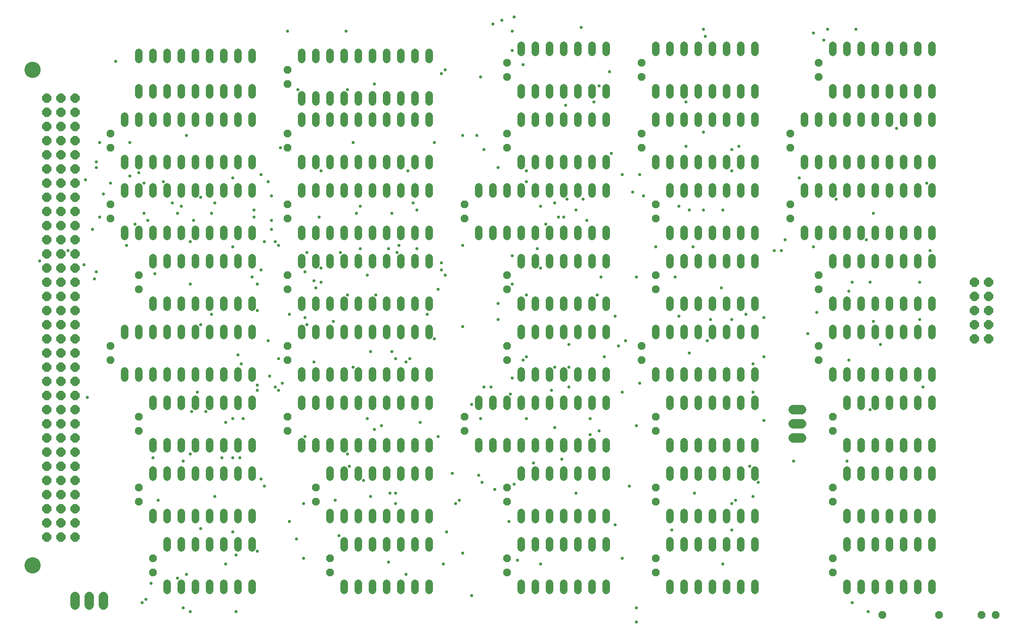
<source format=gbr>
G04 EAGLE Gerber RS-274X export*
G75*
%MOMM*%
%FSLAX34Y34*%
%LPD*%
%INSoldermask Top*%
%IPPOS*%
%AMOC8*
5,1,8,0,0,1.08239X$1,22.5*%
G01*
%ADD10C,1.346200*%
%ADD11P,1.457113X8X112.500000*%
%ADD12P,1.787026X8X292.500000*%
%ADD13P,1.787026X8X202.500000*%
%ADD14C,2.921000*%
%ADD15P,1.457113X8X202.500000*%
%ADD16P,1.457113X8X22.500000*%
%ADD17C,1.651000*%
%ADD18C,0.584200*%


D10*
X1168400Y717804D02*
X1168400Y729996D01*
X1193800Y729996D02*
X1193800Y717804D01*
X1320800Y717804D02*
X1320800Y729996D01*
X1320800Y794004D02*
X1320800Y806196D01*
X1219200Y729996D02*
X1219200Y717804D01*
X1244600Y717804D02*
X1244600Y729996D01*
X1295400Y729996D02*
X1295400Y717804D01*
X1270000Y717804D02*
X1270000Y729996D01*
X1295400Y794004D02*
X1295400Y806196D01*
X1270000Y806196D02*
X1270000Y794004D01*
X1244600Y794004D02*
X1244600Y806196D01*
X1219200Y806196D02*
X1219200Y794004D01*
X1193800Y794004D02*
X1193800Y806196D01*
X1168400Y806196D02*
X1168400Y794004D01*
X1168400Y602996D02*
X1168400Y590804D01*
X1193800Y590804D02*
X1193800Y602996D01*
X1320800Y602996D02*
X1320800Y590804D01*
X1320800Y667004D02*
X1320800Y679196D01*
X1219200Y602996D02*
X1219200Y590804D01*
X1244600Y590804D02*
X1244600Y602996D01*
X1295400Y602996D02*
X1295400Y590804D01*
X1270000Y590804D02*
X1270000Y602996D01*
X1295400Y667004D02*
X1295400Y679196D01*
X1270000Y679196D02*
X1270000Y667004D01*
X1244600Y667004D02*
X1244600Y679196D01*
X1219200Y679196D02*
X1219200Y667004D01*
X1193800Y667004D02*
X1193800Y679196D01*
X1168400Y679196D02*
X1168400Y667004D01*
X1409700Y717804D02*
X1409700Y729996D01*
X1435100Y729996D02*
X1435100Y717804D01*
X1562100Y717804D02*
X1562100Y729996D01*
X1587500Y729996D02*
X1587500Y717804D01*
X1460500Y717804D02*
X1460500Y729996D01*
X1485900Y729996D02*
X1485900Y717804D01*
X1536700Y717804D02*
X1536700Y729996D01*
X1511300Y729996D02*
X1511300Y717804D01*
X1612900Y717804D02*
X1612900Y729996D01*
X1638300Y729996D02*
X1638300Y717804D01*
X1638300Y794004D02*
X1638300Y806196D01*
X1612900Y806196D02*
X1612900Y794004D01*
X1587500Y794004D02*
X1587500Y806196D01*
X1562100Y806196D02*
X1562100Y794004D01*
X1536700Y794004D02*
X1536700Y806196D01*
X1511300Y806196D02*
X1511300Y794004D01*
X1485900Y794004D02*
X1485900Y806196D01*
X1460500Y806196D02*
X1460500Y794004D01*
X1435100Y794004D02*
X1435100Y806196D01*
X1409700Y806196D02*
X1409700Y794004D01*
X241300Y602996D02*
X241300Y590804D01*
X266700Y590804D02*
X266700Y602996D01*
X393700Y602996D02*
X393700Y590804D01*
X419100Y590804D02*
X419100Y602996D01*
X292100Y602996D02*
X292100Y590804D01*
X317500Y590804D02*
X317500Y602996D01*
X368300Y602996D02*
X368300Y590804D01*
X342900Y590804D02*
X342900Y602996D01*
X419100Y667004D02*
X419100Y679196D01*
X393700Y679196D02*
X393700Y667004D01*
X368300Y667004D02*
X368300Y679196D01*
X342900Y679196D02*
X342900Y667004D01*
X317500Y667004D02*
X317500Y679196D01*
X292100Y679196D02*
X292100Y667004D01*
X266700Y667004D02*
X266700Y679196D01*
X241300Y679196D02*
X241300Y667004D01*
X266700Y94996D02*
X266700Y82804D01*
X292100Y82804D02*
X292100Y94996D01*
X419100Y94996D02*
X419100Y82804D01*
X419100Y159004D02*
X419100Y171196D01*
X317500Y94996D02*
X317500Y82804D01*
X342900Y82804D02*
X342900Y94996D01*
X393700Y94996D02*
X393700Y82804D01*
X368300Y82804D02*
X368300Y94996D01*
X393700Y159004D02*
X393700Y171196D01*
X368300Y171196D02*
X368300Y159004D01*
X342900Y159004D02*
X342900Y171196D01*
X317500Y171196D02*
X317500Y159004D01*
X292100Y159004D02*
X292100Y171196D01*
X266700Y171196D02*
X266700Y159004D01*
X190500Y463804D02*
X190500Y475996D01*
X215900Y475996D02*
X215900Y463804D01*
X342900Y463804D02*
X342900Y475996D01*
X368300Y475996D02*
X368300Y463804D01*
X241300Y463804D02*
X241300Y475996D01*
X266700Y475996D02*
X266700Y463804D01*
X317500Y463804D02*
X317500Y475996D01*
X292100Y475996D02*
X292100Y463804D01*
X393700Y463804D02*
X393700Y475996D01*
X419100Y475996D02*
X419100Y463804D01*
X419100Y540004D02*
X419100Y552196D01*
X393700Y552196D02*
X393700Y540004D01*
X368300Y540004D02*
X368300Y552196D01*
X342900Y552196D02*
X342900Y540004D01*
X317500Y540004D02*
X317500Y552196D01*
X292100Y552196D02*
X292100Y540004D01*
X266700Y540004D02*
X266700Y552196D01*
X241300Y552196D02*
X241300Y540004D01*
X215900Y540004D02*
X215900Y552196D01*
X190500Y552196D02*
X190500Y540004D01*
X508000Y475996D02*
X508000Y463804D01*
X533400Y463804D02*
X533400Y475996D01*
X660400Y475996D02*
X660400Y463804D01*
X685800Y463804D02*
X685800Y475996D01*
X558800Y475996D02*
X558800Y463804D01*
X584200Y463804D02*
X584200Y475996D01*
X635000Y475996D02*
X635000Y463804D01*
X609600Y463804D02*
X609600Y475996D01*
X711200Y475996D02*
X711200Y463804D01*
X736600Y463804D02*
X736600Y475996D01*
X736600Y540004D02*
X736600Y552196D01*
X711200Y552196D02*
X711200Y540004D01*
X685800Y540004D02*
X685800Y552196D01*
X660400Y552196D02*
X660400Y540004D01*
X635000Y540004D02*
X635000Y552196D01*
X609600Y552196D02*
X609600Y540004D01*
X584200Y540004D02*
X584200Y552196D01*
X558800Y552196D02*
X558800Y540004D01*
X533400Y540004D02*
X533400Y552196D01*
X508000Y552196D02*
X508000Y540004D01*
X508000Y844804D02*
X508000Y856996D01*
X533400Y856996D02*
X533400Y844804D01*
X660400Y844804D02*
X660400Y856996D01*
X685800Y856996D02*
X685800Y844804D01*
X558800Y844804D02*
X558800Y856996D01*
X584200Y856996D02*
X584200Y844804D01*
X635000Y844804D02*
X635000Y856996D01*
X609600Y856996D02*
X609600Y844804D01*
X711200Y844804D02*
X711200Y856996D01*
X736600Y856996D02*
X736600Y844804D01*
X736600Y921004D02*
X736600Y933196D01*
X711200Y933196D02*
X711200Y921004D01*
X685800Y921004D02*
X685800Y933196D01*
X660400Y933196D02*
X660400Y921004D01*
X635000Y921004D02*
X635000Y933196D01*
X609600Y933196D02*
X609600Y921004D01*
X584200Y921004D02*
X584200Y933196D01*
X558800Y933196D02*
X558800Y921004D01*
X533400Y921004D02*
X533400Y933196D01*
X508000Y933196D02*
X508000Y921004D01*
X825500Y729996D02*
X825500Y717804D01*
X850900Y717804D02*
X850900Y729996D01*
X977900Y729996D02*
X977900Y717804D01*
X1003300Y717804D02*
X1003300Y729996D01*
X876300Y729996D02*
X876300Y717804D01*
X901700Y717804D02*
X901700Y729996D01*
X952500Y729996D02*
X952500Y717804D01*
X927100Y717804D02*
X927100Y729996D01*
X1028700Y729996D02*
X1028700Y717804D01*
X1054100Y717804D02*
X1054100Y729996D01*
X1054100Y794004D02*
X1054100Y806196D01*
X1028700Y806196D02*
X1028700Y794004D01*
X1003300Y794004D02*
X1003300Y806196D01*
X977900Y806196D02*
X977900Y794004D01*
X952500Y794004D02*
X952500Y806196D01*
X927100Y806196D02*
X927100Y794004D01*
X901700Y794004D02*
X901700Y806196D01*
X876300Y806196D02*
X876300Y794004D01*
X850900Y794004D02*
X850900Y806196D01*
X825500Y806196D02*
X825500Y794004D01*
X508000Y602996D02*
X508000Y590804D01*
X533400Y590804D02*
X533400Y602996D01*
X660400Y602996D02*
X660400Y590804D01*
X685800Y590804D02*
X685800Y602996D01*
X558800Y602996D02*
X558800Y590804D01*
X584200Y590804D02*
X584200Y602996D01*
X635000Y602996D02*
X635000Y590804D01*
X609600Y590804D02*
X609600Y602996D01*
X711200Y602996D02*
X711200Y590804D01*
X736600Y590804D02*
X736600Y602996D01*
X736600Y667004D02*
X736600Y679196D01*
X711200Y679196D02*
X711200Y667004D01*
X685800Y667004D02*
X685800Y679196D01*
X660400Y679196D02*
X660400Y667004D01*
X635000Y667004D02*
X635000Y679196D01*
X609600Y679196D02*
X609600Y667004D01*
X584200Y667004D02*
X584200Y679196D01*
X558800Y679196D02*
X558800Y667004D01*
X533400Y667004D02*
X533400Y679196D01*
X508000Y679196D02*
X508000Y667004D01*
X508000Y717804D02*
X508000Y729996D01*
X533400Y729996D02*
X533400Y717804D01*
X660400Y717804D02*
X660400Y729996D01*
X685800Y729996D02*
X685800Y717804D01*
X558800Y717804D02*
X558800Y729996D01*
X584200Y729996D02*
X584200Y717804D01*
X635000Y717804D02*
X635000Y729996D01*
X609600Y729996D02*
X609600Y717804D01*
X711200Y717804D02*
X711200Y729996D01*
X736600Y729996D02*
X736600Y717804D01*
X736600Y794004D02*
X736600Y806196D01*
X711200Y806196D02*
X711200Y794004D01*
X685800Y794004D02*
X685800Y806196D01*
X660400Y806196D02*
X660400Y794004D01*
X635000Y794004D02*
X635000Y806196D01*
X609600Y806196D02*
X609600Y794004D01*
X584200Y794004D02*
X584200Y806196D01*
X558800Y806196D02*
X558800Y794004D01*
X533400Y794004D02*
X533400Y806196D01*
X508000Y806196D02*
X508000Y794004D01*
X241300Y348996D02*
X241300Y336804D01*
X266700Y336804D02*
X266700Y348996D01*
X393700Y348996D02*
X393700Y336804D01*
X419100Y336804D02*
X419100Y348996D01*
X292100Y348996D02*
X292100Y336804D01*
X317500Y336804D02*
X317500Y348996D01*
X368300Y348996D02*
X368300Y336804D01*
X342900Y336804D02*
X342900Y348996D01*
X419100Y413004D02*
X419100Y425196D01*
X393700Y425196D02*
X393700Y413004D01*
X368300Y413004D02*
X368300Y425196D01*
X342900Y425196D02*
X342900Y413004D01*
X317500Y413004D02*
X317500Y425196D01*
X292100Y425196D02*
X292100Y413004D01*
X266700Y413004D02*
X266700Y425196D01*
X241300Y425196D02*
X241300Y413004D01*
X558800Y221996D02*
X558800Y209804D01*
X584200Y209804D02*
X584200Y221996D01*
X711200Y221996D02*
X711200Y209804D01*
X736600Y209804D02*
X736600Y221996D01*
X609600Y221996D02*
X609600Y209804D01*
X635000Y209804D02*
X635000Y221996D01*
X685800Y221996D02*
X685800Y209804D01*
X660400Y209804D02*
X660400Y221996D01*
X736600Y286004D02*
X736600Y298196D01*
X711200Y298196D02*
X711200Y286004D01*
X685800Y286004D02*
X685800Y298196D01*
X660400Y298196D02*
X660400Y286004D01*
X635000Y286004D02*
X635000Y298196D01*
X609600Y298196D02*
X609600Y286004D01*
X584200Y286004D02*
X584200Y298196D01*
X558800Y298196D02*
X558800Y286004D01*
X1168400Y221996D02*
X1168400Y209804D01*
X1193800Y209804D02*
X1193800Y221996D01*
X1320800Y221996D02*
X1320800Y209804D01*
X1320800Y286004D02*
X1320800Y298196D01*
X1219200Y221996D02*
X1219200Y209804D01*
X1244600Y209804D02*
X1244600Y221996D01*
X1295400Y221996D02*
X1295400Y209804D01*
X1270000Y209804D02*
X1270000Y221996D01*
X1295400Y286004D02*
X1295400Y298196D01*
X1270000Y298196D02*
X1270000Y286004D01*
X1244600Y286004D02*
X1244600Y298196D01*
X1219200Y298196D02*
X1219200Y286004D01*
X1193800Y286004D02*
X1193800Y298196D01*
X1168400Y298196D02*
X1168400Y286004D01*
X1485900Y94996D02*
X1485900Y82804D01*
X1511300Y82804D02*
X1511300Y94996D01*
X1638300Y94996D02*
X1638300Y82804D01*
X1638300Y159004D02*
X1638300Y171196D01*
X1536700Y94996D02*
X1536700Y82804D01*
X1562100Y82804D02*
X1562100Y94996D01*
X1612900Y94996D02*
X1612900Y82804D01*
X1587500Y82804D02*
X1587500Y94996D01*
X1612900Y159004D02*
X1612900Y171196D01*
X1587500Y171196D02*
X1587500Y159004D01*
X1562100Y159004D02*
X1562100Y171196D01*
X1536700Y171196D02*
X1536700Y159004D01*
X1511300Y159004D02*
X1511300Y171196D01*
X1485900Y171196D02*
X1485900Y159004D01*
X241300Y209804D02*
X241300Y221996D01*
X266700Y221996D02*
X266700Y209804D01*
X393700Y209804D02*
X393700Y221996D01*
X419100Y221996D02*
X419100Y209804D01*
X292100Y209804D02*
X292100Y221996D01*
X317500Y221996D02*
X317500Y209804D01*
X368300Y209804D02*
X368300Y221996D01*
X342900Y221996D02*
X342900Y209804D01*
X419100Y286004D02*
X419100Y298196D01*
X393700Y298196D02*
X393700Y286004D01*
X368300Y286004D02*
X368300Y298196D01*
X342900Y298196D02*
X342900Y286004D01*
X317500Y286004D02*
X317500Y298196D01*
X292100Y298196D02*
X292100Y286004D01*
X266700Y286004D02*
X266700Y298196D01*
X241300Y298196D02*
X241300Y286004D01*
X584200Y94996D02*
X584200Y82804D01*
X609600Y82804D02*
X609600Y94996D01*
X736600Y94996D02*
X736600Y82804D01*
X736600Y159004D02*
X736600Y171196D01*
X635000Y94996D02*
X635000Y82804D01*
X660400Y82804D02*
X660400Y94996D01*
X711200Y94996D02*
X711200Y82804D01*
X685800Y82804D02*
X685800Y94996D01*
X711200Y159004D02*
X711200Y171196D01*
X685800Y171196D02*
X685800Y159004D01*
X660400Y159004D02*
X660400Y171196D01*
X635000Y171196D02*
X635000Y159004D01*
X609600Y159004D02*
X609600Y171196D01*
X584200Y171196D02*
X584200Y159004D01*
X215900Y971804D02*
X215900Y983996D01*
X241300Y983996D02*
X241300Y971804D01*
X266700Y971804D02*
X266700Y983996D01*
X292100Y983996D02*
X292100Y971804D01*
X317500Y971804D02*
X317500Y983996D01*
X342900Y983996D02*
X342900Y971804D01*
X368300Y971804D02*
X368300Y983996D01*
X393700Y983996D02*
X393700Y971804D01*
X419100Y971804D02*
X419100Y983996D01*
X215900Y1035304D02*
X215900Y1047496D01*
X241300Y1047496D02*
X241300Y1035304D01*
X266700Y1035304D02*
X266700Y1047496D01*
X292100Y1047496D02*
X292100Y1035304D01*
X317500Y1035304D02*
X317500Y1047496D01*
X342900Y1047496D02*
X342900Y1035304D01*
X368300Y1035304D02*
X368300Y1047496D01*
X393700Y1047496D02*
X393700Y1035304D01*
X419100Y1035304D02*
X419100Y1047496D01*
X190500Y856996D02*
X190500Y844804D01*
X215900Y844804D02*
X215900Y856996D01*
X342900Y856996D02*
X342900Y844804D01*
X368300Y844804D02*
X368300Y856996D01*
X241300Y856996D02*
X241300Y844804D01*
X266700Y844804D02*
X266700Y856996D01*
X317500Y856996D02*
X317500Y844804D01*
X292100Y844804D02*
X292100Y856996D01*
X393700Y856996D02*
X393700Y844804D01*
X419100Y844804D02*
X419100Y856996D01*
X419100Y921004D02*
X419100Y933196D01*
X393700Y933196D02*
X393700Y921004D01*
X368300Y921004D02*
X368300Y933196D01*
X342900Y933196D02*
X342900Y921004D01*
X317500Y921004D02*
X317500Y933196D01*
X292100Y933196D02*
X292100Y921004D01*
X266700Y921004D02*
X266700Y933196D01*
X241300Y933196D02*
X241300Y921004D01*
X215900Y921004D02*
X215900Y933196D01*
X190500Y933196D02*
X190500Y921004D01*
X190500Y729996D02*
X190500Y717804D01*
X215900Y717804D02*
X215900Y729996D01*
X342900Y729996D02*
X342900Y717804D01*
X368300Y717804D02*
X368300Y729996D01*
X241300Y729996D02*
X241300Y717804D01*
X266700Y717804D02*
X266700Y729996D01*
X317500Y729996D02*
X317500Y717804D01*
X292100Y717804D02*
X292100Y729996D01*
X393700Y729996D02*
X393700Y717804D01*
X419100Y717804D02*
X419100Y729996D01*
X419100Y794004D02*
X419100Y806196D01*
X393700Y806196D02*
X393700Y794004D01*
X368300Y794004D02*
X368300Y806196D01*
X342900Y806196D02*
X342900Y794004D01*
X317500Y794004D02*
X317500Y806196D01*
X292100Y806196D02*
X292100Y794004D01*
X266700Y794004D02*
X266700Y806196D01*
X241300Y806196D02*
X241300Y794004D01*
X215900Y794004D02*
X215900Y806196D01*
X190500Y806196D02*
X190500Y794004D01*
X1143000Y844804D02*
X1143000Y856996D01*
X1168400Y856996D02*
X1168400Y844804D01*
X1295400Y844804D02*
X1295400Y856996D01*
X1320800Y856996D02*
X1320800Y844804D01*
X1193800Y844804D02*
X1193800Y856996D01*
X1219200Y856996D02*
X1219200Y844804D01*
X1270000Y844804D02*
X1270000Y856996D01*
X1244600Y856996D02*
X1244600Y844804D01*
X1320800Y921004D02*
X1320800Y933196D01*
X1295400Y933196D02*
X1295400Y921004D01*
X1270000Y921004D02*
X1270000Y933196D01*
X1244600Y933196D02*
X1244600Y921004D01*
X1219200Y921004D02*
X1219200Y933196D01*
X1193800Y933196D02*
X1193800Y921004D01*
X1168400Y921004D02*
X1168400Y933196D01*
X1143000Y933196D02*
X1143000Y921004D01*
X1143000Y475996D02*
X1143000Y463804D01*
X1168400Y463804D02*
X1168400Y475996D01*
X1295400Y475996D02*
X1295400Y463804D01*
X1320800Y463804D02*
X1320800Y475996D01*
X1193800Y475996D02*
X1193800Y463804D01*
X1219200Y463804D02*
X1219200Y475996D01*
X1270000Y475996D02*
X1270000Y463804D01*
X1244600Y463804D02*
X1244600Y475996D01*
X1320800Y540004D02*
X1320800Y552196D01*
X1295400Y552196D02*
X1295400Y540004D01*
X1270000Y540004D02*
X1270000Y552196D01*
X1244600Y552196D02*
X1244600Y540004D01*
X1219200Y540004D02*
X1219200Y552196D01*
X1193800Y552196D02*
X1193800Y540004D01*
X1168400Y540004D02*
X1168400Y552196D01*
X1143000Y552196D02*
X1143000Y540004D01*
X1143000Y971804D02*
X1143000Y983996D01*
X1168400Y983996D02*
X1168400Y971804D01*
X1295400Y971804D02*
X1295400Y983996D01*
X1320800Y983996D02*
X1320800Y971804D01*
X1193800Y971804D02*
X1193800Y983996D01*
X1219200Y983996D02*
X1219200Y971804D01*
X1270000Y971804D02*
X1270000Y983996D01*
X1244600Y983996D02*
X1244600Y971804D01*
X1320800Y1048004D02*
X1320800Y1060196D01*
X1295400Y1060196D02*
X1295400Y1048004D01*
X1270000Y1048004D02*
X1270000Y1060196D01*
X1244600Y1060196D02*
X1244600Y1048004D01*
X1219200Y1048004D02*
X1219200Y1060196D01*
X1193800Y1060196D02*
X1193800Y1048004D01*
X1168400Y1048004D02*
X1168400Y1060196D01*
X1143000Y1060196D02*
X1143000Y1048004D01*
X1460500Y602996D02*
X1460500Y590804D01*
X1485900Y590804D02*
X1485900Y602996D01*
X1612900Y602996D02*
X1612900Y590804D01*
X1638300Y590804D02*
X1638300Y602996D01*
X1511300Y602996D02*
X1511300Y590804D01*
X1536700Y590804D02*
X1536700Y602996D01*
X1587500Y602996D02*
X1587500Y590804D01*
X1562100Y590804D02*
X1562100Y602996D01*
X1638300Y667004D02*
X1638300Y679196D01*
X1612900Y679196D02*
X1612900Y667004D01*
X1587500Y667004D02*
X1587500Y679196D01*
X1562100Y679196D02*
X1562100Y667004D01*
X1536700Y667004D02*
X1536700Y679196D01*
X1511300Y679196D02*
X1511300Y667004D01*
X1485900Y667004D02*
X1485900Y679196D01*
X1460500Y679196D02*
X1460500Y667004D01*
X1409700Y844804D02*
X1409700Y856996D01*
X1435100Y856996D02*
X1435100Y844804D01*
X1562100Y844804D02*
X1562100Y856996D01*
X1587500Y856996D02*
X1587500Y844804D01*
X1460500Y844804D02*
X1460500Y856996D01*
X1485900Y856996D02*
X1485900Y844804D01*
X1536700Y844804D02*
X1536700Y856996D01*
X1511300Y856996D02*
X1511300Y844804D01*
X1612900Y844804D02*
X1612900Y856996D01*
X1638300Y856996D02*
X1638300Y844804D01*
X1638300Y921004D02*
X1638300Y933196D01*
X1612900Y933196D02*
X1612900Y921004D01*
X1587500Y921004D02*
X1587500Y933196D01*
X1562100Y933196D02*
X1562100Y921004D01*
X1536700Y921004D02*
X1536700Y933196D01*
X1511300Y933196D02*
X1511300Y921004D01*
X1485900Y921004D02*
X1485900Y933196D01*
X1460500Y933196D02*
X1460500Y921004D01*
X1435100Y921004D02*
X1435100Y933196D01*
X1409700Y933196D02*
X1409700Y921004D01*
X1460500Y971804D02*
X1460500Y983996D01*
X1485900Y983996D02*
X1485900Y971804D01*
X1612900Y971804D02*
X1612900Y983996D01*
X1638300Y983996D02*
X1638300Y971804D01*
X1511300Y971804D02*
X1511300Y983996D01*
X1536700Y983996D02*
X1536700Y971804D01*
X1587500Y971804D02*
X1587500Y983996D01*
X1562100Y983996D02*
X1562100Y971804D01*
X1638300Y1048004D02*
X1638300Y1060196D01*
X1612900Y1060196D02*
X1612900Y1048004D01*
X1587500Y1048004D02*
X1587500Y1060196D01*
X1562100Y1060196D02*
X1562100Y1048004D01*
X1536700Y1048004D02*
X1536700Y1060196D01*
X1511300Y1060196D02*
X1511300Y1048004D01*
X1485900Y1048004D02*
X1485900Y1060196D01*
X1460500Y1060196D02*
X1460500Y1048004D01*
D11*
X876300Y495300D03*
X876300Y520700D03*
X1143000Y114300D03*
X1143000Y139700D03*
X215900Y622300D03*
X215900Y647700D03*
X1384300Y876300D03*
X1384300Y901700D03*
X1117600Y495300D03*
X1117600Y520700D03*
X1143000Y368300D03*
X1143000Y393700D03*
X241300Y114300D03*
X241300Y139700D03*
X482600Y495300D03*
X482600Y520700D03*
X215900Y241300D03*
X215900Y266700D03*
X1117600Y876300D03*
X1117600Y901700D03*
X800100Y749300D03*
X800100Y774700D03*
X1460500Y368300D03*
X1460500Y393700D03*
X1435100Y1003300D03*
X1435100Y1028700D03*
X1117600Y1003300D03*
X1117600Y1028700D03*
X1460500Y241300D03*
X1460500Y266700D03*
X482600Y368300D03*
X482600Y393700D03*
X215900Y368300D03*
X215900Y393700D03*
X482600Y876300D03*
X482600Y901700D03*
X876300Y1003300D03*
X876300Y1028700D03*
X1143000Y241300D03*
X1143000Y266700D03*
X876300Y876300D03*
X876300Y901700D03*
X1460500Y114300D03*
X1460500Y139700D03*
X533400Y241300D03*
X533400Y266700D03*
X165100Y749300D03*
X165100Y774700D03*
X165100Y876300D03*
X165100Y901700D03*
X1384300Y749300D03*
X1384300Y774700D03*
X1435100Y622300D03*
X1435100Y647700D03*
X1143000Y749300D03*
X1143000Y774700D03*
X1143000Y622300D03*
X1143000Y647700D03*
X1435100Y495300D03*
X1435100Y520700D03*
X876300Y241300D03*
X876300Y266700D03*
X876300Y114300D03*
X876300Y139700D03*
X558800Y114300D03*
X558800Y139700D03*
X482600Y990600D03*
X482600Y1016000D03*
X876300Y622300D03*
X876300Y647700D03*
X165100Y495300D03*
X165100Y520700D03*
X800100Y368300D03*
X800100Y393700D03*
D10*
X901700Y221996D02*
X901700Y209804D01*
X927100Y209804D02*
X927100Y221996D01*
X1054100Y221996D02*
X1054100Y209804D01*
X1054100Y286004D02*
X1054100Y298196D01*
X952500Y221996D02*
X952500Y209804D01*
X977900Y209804D02*
X977900Y221996D01*
X1028700Y221996D02*
X1028700Y209804D01*
X1003300Y209804D02*
X1003300Y221996D01*
X1028700Y286004D02*
X1028700Y298196D01*
X1003300Y298196D02*
X1003300Y286004D01*
X977900Y286004D02*
X977900Y298196D01*
X952500Y298196D02*
X952500Y286004D01*
X927100Y286004D02*
X927100Y298196D01*
X901700Y298196D02*
X901700Y286004D01*
X901700Y94996D02*
X901700Y82804D01*
X927100Y82804D02*
X927100Y94996D01*
X1054100Y94996D02*
X1054100Y82804D01*
X1054100Y159004D02*
X1054100Y171196D01*
X952500Y94996D02*
X952500Y82804D01*
X977900Y82804D02*
X977900Y94996D01*
X1028700Y94996D02*
X1028700Y82804D01*
X1003300Y82804D02*
X1003300Y94996D01*
X1028700Y159004D02*
X1028700Y171196D01*
X1003300Y171196D02*
X1003300Y159004D01*
X977900Y159004D02*
X977900Y171196D01*
X952500Y171196D02*
X952500Y159004D01*
X927100Y159004D02*
X927100Y171196D01*
X901700Y171196D02*
X901700Y159004D01*
X901700Y844804D02*
X901700Y856996D01*
X927100Y856996D02*
X927100Y844804D01*
X1054100Y844804D02*
X1054100Y856996D01*
X1054100Y921004D02*
X1054100Y933196D01*
X952500Y856996D02*
X952500Y844804D01*
X977900Y844804D02*
X977900Y856996D01*
X1028700Y856996D02*
X1028700Y844804D01*
X1003300Y844804D02*
X1003300Y856996D01*
X1028700Y921004D02*
X1028700Y933196D01*
X1003300Y933196D02*
X1003300Y921004D01*
X977900Y921004D02*
X977900Y933196D01*
X952500Y933196D02*
X952500Y921004D01*
X927100Y921004D02*
X927100Y933196D01*
X901700Y933196D02*
X901700Y921004D01*
X508000Y348996D02*
X508000Y336804D01*
X533400Y336804D02*
X533400Y348996D01*
X660400Y348996D02*
X660400Y336804D01*
X685800Y336804D02*
X685800Y348996D01*
X558800Y348996D02*
X558800Y336804D01*
X584200Y336804D02*
X584200Y348996D01*
X635000Y348996D02*
X635000Y336804D01*
X609600Y336804D02*
X609600Y348996D01*
X711200Y348996D02*
X711200Y336804D01*
X736600Y336804D02*
X736600Y348996D01*
X736600Y413004D02*
X736600Y425196D01*
X711200Y425196D02*
X711200Y413004D01*
X685800Y413004D02*
X685800Y425196D01*
X660400Y425196D02*
X660400Y413004D01*
X635000Y413004D02*
X635000Y425196D01*
X609600Y425196D02*
X609600Y413004D01*
X584200Y413004D02*
X584200Y425196D01*
X558800Y425196D02*
X558800Y413004D01*
X533400Y413004D02*
X533400Y425196D01*
X508000Y425196D02*
X508000Y413004D01*
X825500Y348996D02*
X825500Y336804D01*
X850900Y336804D02*
X850900Y348996D01*
X977900Y348996D02*
X977900Y336804D01*
X1003300Y336804D02*
X1003300Y348996D01*
X876300Y348996D02*
X876300Y336804D01*
X901700Y336804D02*
X901700Y348996D01*
X952500Y348996D02*
X952500Y336804D01*
X927100Y336804D02*
X927100Y348996D01*
X1028700Y348996D02*
X1028700Y336804D01*
X1054100Y336804D02*
X1054100Y348996D01*
X1054100Y413004D02*
X1054100Y425196D01*
X1028700Y425196D02*
X1028700Y413004D01*
X1003300Y413004D02*
X1003300Y425196D01*
X977900Y425196D02*
X977900Y413004D01*
X952500Y413004D02*
X952500Y425196D01*
X927100Y425196D02*
X927100Y413004D01*
X901700Y413004D02*
X901700Y425196D01*
X876300Y425196D02*
X876300Y413004D01*
X850900Y413004D02*
X850900Y425196D01*
X825500Y425196D02*
X825500Y413004D01*
X508000Y959104D02*
X508000Y971296D01*
X533400Y971296D02*
X533400Y959104D01*
X660400Y959104D02*
X660400Y971296D01*
X685800Y971296D02*
X685800Y959104D01*
X558800Y959104D02*
X558800Y971296D01*
X584200Y971296D02*
X584200Y959104D01*
X635000Y959104D02*
X635000Y971296D01*
X609600Y971296D02*
X609600Y959104D01*
X711200Y959104D02*
X711200Y971296D01*
X736600Y971296D02*
X736600Y959104D01*
X736600Y1035304D02*
X736600Y1047496D01*
X711200Y1047496D02*
X711200Y1035304D01*
X685800Y1035304D02*
X685800Y1047496D01*
X660400Y1047496D02*
X660400Y1035304D01*
X635000Y1035304D02*
X635000Y1047496D01*
X609600Y1047496D02*
X609600Y1035304D01*
X584200Y1035304D02*
X584200Y1047496D01*
X558800Y1047496D02*
X558800Y1035304D01*
X533400Y1035304D02*
X533400Y1047496D01*
X508000Y1047496D02*
X508000Y1035304D01*
X901700Y602996D02*
X901700Y590804D01*
X927100Y590804D02*
X927100Y602996D01*
X1054100Y602996D02*
X1054100Y590804D01*
X1054100Y667004D02*
X1054100Y679196D01*
X952500Y602996D02*
X952500Y590804D01*
X977900Y590804D02*
X977900Y602996D01*
X1028700Y602996D02*
X1028700Y590804D01*
X1003300Y590804D02*
X1003300Y602996D01*
X1028700Y667004D02*
X1028700Y679196D01*
X1003300Y679196D02*
X1003300Y667004D01*
X977900Y667004D02*
X977900Y679196D01*
X952500Y679196D02*
X952500Y667004D01*
X927100Y667004D02*
X927100Y679196D01*
X901700Y679196D02*
X901700Y667004D01*
X901700Y475996D02*
X901700Y463804D01*
X927100Y463804D02*
X927100Y475996D01*
X1054100Y475996D02*
X1054100Y463804D01*
X1054100Y540004D02*
X1054100Y552196D01*
X952500Y475996D02*
X952500Y463804D01*
X977900Y463804D02*
X977900Y475996D01*
X1028700Y475996D02*
X1028700Y463804D01*
X1003300Y463804D02*
X1003300Y475996D01*
X1028700Y540004D02*
X1028700Y552196D01*
X1003300Y552196D02*
X1003300Y540004D01*
X977900Y540004D02*
X977900Y552196D01*
X952500Y552196D02*
X952500Y540004D01*
X927100Y540004D02*
X927100Y552196D01*
X901700Y552196D02*
X901700Y540004D01*
X901700Y971804D02*
X901700Y983996D01*
X927100Y983996D02*
X927100Y971804D01*
X1054100Y971804D02*
X1054100Y983996D01*
X1054100Y1048004D02*
X1054100Y1060196D01*
X952500Y983996D02*
X952500Y971804D01*
X977900Y971804D02*
X977900Y983996D01*
X1028700Y983996D02*
X1028700Y971804D01*
X1003300Y971804D02*
X1003300Y983996D01*
X1028700Y1048004D02*
X1028700Y1060196D01*
X1003300Y1060196D02*
X1003300Y1048004D01*
X977900Y1048004D02*
X977900Y1060196D01*
X952500Y1060196D02*
X952500Y1048004D01*
X927100Y1048004D02*
X927100Y1060196D01*
X901700Y1060196D02*
X901700Y1048004D01*
X1485900Y221996D02*
X1485900Y209804D01*
X1511300Y209804D02*
X1511300Y221996D01*
X1638300Y221996D02*
X1638300Y209804D01*
X1638300Y286004D02*
X1638300Y298196D01*
X1536700Y221996D02*
X1536700Y209804D01*
X1562100Y209804D02*
X1562100Y221996D01*
X1612900Y221996D02*
X1612900Y209804D01*
X1587500Y209804D02*
X1587500Y221996D01*
X1612900Y286004D02*
X1612900Y298196D01*
X1587500Y298196D02*
X1587500Y286004D01*
X1562100Y286004D02*
X1562100Y298196D01*
X1536700Y298196D02*
X1536700Y286004D01*
X1511300Y286004D02*
X1511300Y298196D01*
X1485900Y298196D02*
X1485900Y286004D01*
X1485900Y336804D02*
X1485900Y348996D01*
X1511300Y348996D02*
X1511300Y336804D01*
X1638300Y336804D02*
X1638300Y348996D01*
X1638300Y413004D02*
X1638300Y425196D01*
X1536700Y348996D02*
X1536700Y336804D01*
X1562100Y336804D02*
X1562100Y348996D01*
X1612900Y348996D02*
X1612900Y336804D01*
X1587500Y336804D02*
X1587500Y348996D01*
X1612900Y413004D02*
X1612900Y425196D01*
X1587500Y425196D02*
X1587500Y413004D01*
X1562100Y413004D02*
X1562100Y425196D01*
X1536700Y425196D02*
X1536700Y413004D01*
X1511300Y413004D02*
X1511300Y425196D01*
X1485900Y425196D02*
X1485900Y413004D01*
X1168400Y348996D02*
X1168400Y336804D01*
X1193800Y336804D02*
X1193800Y348996D01*
X1320800Y348996D02*
X1320800Y336804D01*
X1320800Y413004D02*
X1320800Y425196D01*
X1219200Y348996D02*
X1219200Y336804D01*
X1244600Y336804D02*
X1244600Y348996D01*
X1295400Y348996D02*
X1295400Y336804D01*
X1270000Y336804D02*
X1270000Y348996D01*
X1295400Y413004D02*
X1295400Y425196D01*
X1270000Y425196D02*
X1270000Y413004D01*
X1244600Y413004D02*
X1244600Y425196D01*
X1219200Y425196D02*
X1219200Y413004D01*
X1193800Y413004D02*
X1193800Y425196D01*
X1168400Y425196D02*
X1168400Y413004D01*
X1168400Y94996D02*
X1168400Y82804D01*
X1193800Y82804D02*
X1193800Y94996D01*
X1320800Y94996D02*
X1320800Y82804D01*
X1320800Y159004D02*
X1320800Y171196D01*
X1219200Y94996D02*
X1219200Y82804D01*
X1244600Y82804D02*
X1244600Y94996D01*
X1295400Y94996D02*
X1295400Y82804D01*
X1270000Y82804D02*
X1270000Y94996D01*
X1295400Y159004D02*
X1295400Y171196D01*
X1270000Y171196D02*
X1270000Y159004D01*
X1244600Y159004D02*
X1244600Y171196D01*
X1219200Y171196D02*
X1219200Y159004D01*
X1193800Y159004D02*
X1193800Y171196D01*
X1168400Y171196D02*
X1168400Y159004D01*
X1460500Y463804D02*
X1460500Y475996D01*
X1485900Y475996D02*
X1485900Y463804D01*
X1612900Y463804D02*
X1612900Y475996D01*
X1638300Y475996D02*
X1638300Y463804D01*
X1511300Y463804D02*
X1511300Y475996D01*
X1536700Y475996D02*
X1536700Y463804D01*
X1587500Y463804D02*
X1587500Y475996D01*
X1562100Y475996D02*
X1562100Y463804D01*
X1638300Y540004D02*
X1638300Y552196D01*
X1612900Y552196D02*
X1612900Y540004D01*
X1587500Y540004D02*
X1587500Y552196D01*
X1562100Y552196D02*
X1562100Y540004D01*
X1536700Y540004D02*
X1536700Y552196D01*
X1511300Y552196D02*
X1511300Y540004D01*
X1485900Y540004D02*
X1485900Y552196D01*
X1460500Y552196D02*
X1460500Y540004D01*
D11*
X482600Y749300D03*
X482600Y774700D03*
X482600Y622300D03*
X482600Y647700D03*
D12*
X1714500Y635000D03*
X1714500Y609600D03*
X1714500Y584200D03*
X1714500Y558800D03*
X1714500Y533400D03*
X1739900Y635000D03*
X1739900Y609600D03*
X1739900Y584200D03*
X1739900Y558800D03*
X1739900Y533400D03*
D13*
X50800Y177800D03*
X50800Y203200D03*
X50800Y228600D03*
X50800Y254000D03*
X50800Y279400D03*
X50800Y304800D03*
X50800Y330200D03*
X50800Y355600D03*
X50800Y381000D03*
X50800Y406400D03*
X50800Y431800D03*
X50800Y457200D03*
X50800Y482600D03*
X50800Y508000D03*
X50800Y533400D03*
X50800Y558800D03*
X76200Y177800D03*
X76200Y203200D03*
X76200Y228600D03*
X76200Y254000D03*
X76200Y279400D03*
X76200Y304800D03*
X76200Y330200D03*
X76200Y355600D03*
X76200Y381000D03*
X76200Y406400D03*
X76200Y431800D03*
X76200Y457200D03*
X76200Y482600D03*
X76200Y508000D03*
X76200Y533400D03*
X76200Y558800D03*
X101600Y177800D03*
X101600Y203200D03*
X101600Y228600D03*
X101600Y254000D03*
X101600Y279400D03*
X101600Y304800D03*
X101600Y330200D03*
X101600Y355600D03*
X101600Y381000D03*
X101600Y406400D03*
X101600Y431800D03*
X101600Y457200D03*
X101600Y482600D03*
X101600Y508000D03*
X101600Y533400D03*
X101600Y558800D03*
X50800Y584200D03*
X50800Y609600D03*
X50800Y635000D03*
X50800Y660400D03*
X50800Y685800D03*
X50800Y711200D03*
X50800Y736600D03*
X50800Y762000D03*
X50800Y787400D03*
X50800Y812800D03*
X50800Y838200D03*
X50800Y863600D03*
X50800Y889000D03*
X50800Y914400D03*
X50800Y939800D03*
X50800Y965200D03*
X76200Y584200D03*
X76200Y609600D03*
X76200Y635000D03*
X76200Y660400D03*
X76200Y685800D03*
X76200Y711200D03*
X76200Y736600D03*
X76200Y762000D03*
X76200Y787400D03*
X76200Y812800D03*
X76200Y838200D03*
X76200Y863600D03*
X76200Y889000D03*
X76200Y914400D03*
X76200Y939800D03*
X76200Y965200D03*
X101600Y584200D03*
X101600Y609600D03*
X101600Y635000D03*
X101600Y660400D03*
X101600Y685800D03*
X101600Y711200D03*
X101600Y736600D03*
X101600Y762000D03*
X101600Y787400D03*
X101600Y812800D03*
X101600Y838200D03*
X101600Y863600D03*
X101600Y889000D03*
X101600Y914400D03*
X101600Y939800D03*
X101600Y965200D03*
D14*
X25400Y1016064D03*
X25400Y126936D03*
D15*
X1752600Y38100D03*
X1727200Y38100D03*
D16*
X1549400Y38100D03*
X1651000Y38100D03*
D17*
X101600Y55880D02*
X101600Y71120D01*
X127000Y71120D02*
X127000Y55880D01*
X152400Y55880D02*
X152400Y71120D01*
X1389380Y355600D02*
X1404620Y355600D01*
X1404620Y381000D02*
X1389380Y381000D01*
X1389380Y406400D02*
X1404620Y406400D01*
D18*
X514350Y571500D03*
X542925Y660400D03*
X885825Y631825D03*
X542925Y635000D03*
X565150Y565150D03*
X600075Y482600D03*
X577850Y688975D03*
X885825Y463550D03*
X1501775Y1089025D03*
X866775Y1104900D03*
X419100Y644525D03*
X885825Y1085850D03*
X625475Y647700D03*
X400050Y488950D03*
X676275Y498475D03*
X720725Y384175D03*
X679450Y688975D03*
X1622425Y447675D03*
X393700Y504825D03*
X733425Y577850D03*
X746125Y885825D03*
X701675Y498475D03*
X669925Y511175D03*
X974725Y317500D03*
X485775Y577850D03*
X752475Y622300D03*
X796925Y701675D03*
X631825Y511175D03*
X641350Y612775D03*
X923925Y311150D03*
X1527175Y406400D03*
X590550Y612775D03*
X1450975Y1089025D03*
X850900Y1098550D03*
X1425575Y1082675D03*
X882650Y434975D03*
X460375Y708025D03*
X460375Y447675D03*
X860425Y596900D03*
X428625Y441325D03*
X454025Y730250D03*
X968375Y752475D03*
X384175Y390525D03*
X384175Y698500D03*
X682625Y701675D03*
X1489075Y619125D03*
X946150Y739775D03*
X936625Y660400D03*
X825500Y288925D03*
X1279525Y568325D03*
X962025Y777875D03*
X981075Y952500D03*
X1336675Y571500D03*
X746125Y533400D03*
X1546225Y523875D03*
X911225Y815975D03*
X936625Y130175D03*
X762000Y130175D03*
X695325Y492125D03*
X904875Y495300D03*
X911225Y835025D03*
X698500Y835025D03*
X1533525Y565150D03*
X1203325Y508000D03*
X1616075Y568325D03*
X1089025Y530225D03*
X485775Y206375D03*
X1241425Y568325D03*
X828675Y1003300D03*
X1060450Y1012825D03*
X260350Y815975D03*
X320675Y438150D03*
X533400Y625475D03*
X1143000Y698500D03*
X930275Y695325D03*
X428625Y450850D03*
X428625Y584200D03*
X447675Y815975D03*
X1260475Y625475D03*
X311150Y403225D03*
X346075Y577850D03*
X612775Y771525D03*
X346075Y758825D03*
X285750Y758825D03*
X327025Y193675D03*
X1012825Y784225D03*
X542925Y835025D03*
X1095375Y269875D03*
X403225Y390525D03*
X758825Y669925D03*
X936625Y771525D03*
X327025Y787400D03*
X708025Y777875D03*
X276225Y777875D03*
X714375Y695325D03*
X511175Y139700D03*
X895350Y136525D03*
X796925Y149225D03*
X758825Y657225D03*
X885825Y682625D03*
X663575Y695325D03*
X1235075Y530225D03*
X765175Y647700D03*
X796925Y555625D03*
X396875Y320675D03*
X879475Y206375D03*
X676275Y238125D03*
X885825Y1050925D03*
X784225Y238125D03*
X987425Y482600D03*
X1279525Y835025D03*
X1063625Y866775D03*
X390525Y146050D03*
X434975Y282575D03*
X612775Y695325D03*
X606425Y758825D03*
X422275Y765175D03*
X454025Y746125D03*
X422275Y752475D03*
X987425Y447675D03*
X466725Y441325D03*
X574675Y180975D03*
X517525Y688975D03*
X469900Y876300D03*
X1069975Y574675D03*
X482600Y1085850D03*
X889000Y1111250D03*
X1069975Y200025D03*
X1196975Y879475D03*
X1292225Y879475D03*
X1177925Y644525D03*
X1209675Y698500D03*
X1425575Y698500D03*
X1184275Y771525D03*
X1466850Y784225D03*
X1228725Y765175D03*
X1533525Y758825D03*
X1574800Y911225D03*
X1336675Y501650D03*
X1374775Y711200D03*
X1114425Y828675D03*
X1263650Y765175D03*
X1304925Y577850D03*
X1431925Y581025D03*
X1317625Y488950D03*
X434975Y657225D03*
X434975Y828675D03*
X1082675Y828675D03*
X1082675Y438150D03*
X1000125Y765175D03*
X714375Y765175D03*
X860425Y841375D03*
X835025Y873125D03*
X466725Y498475D03*
X466725Y701675D03*
X1196975Y958850D03*
X1038225Y612775D03*
X1031875Y958850D03*
X1019175Y746125D03*
X695325Y111125D03*
X987425Y523875D03*
X984250Y784225D03*
X1076325Y520700D03*
X822325Y898525D03*
X911225Y612775D03*
X977900Y752475D03*
X669925Y758825D03*
X352425Y250825D03*
X631825Y250825D03*
X590550Y327025D03*
X514350Y358775D03*
X365125Y320675D03*
X241300Y320675D03*
X1527175Y635000D03*
X1368425Y692150D03*
X38100Y673100D03*
X1231900Y1076325D03*
X384175Y320675D03*
X1495425Y635000D03*
X1355725Y692150D03*
X307975Y327025D03*
X307975Y44450D03*
X295275Y314325D03*
X501650Y981075D03*
X428625Y631825D03*
X828675Y390525D03*
X327025Y558800D03*
X447675Y530225D03*
X450850Y466725D03*
X847725Y447675D03*
X835025Y447675D03*
X517525Y558800D03*
X441325Y708025D03*
X244475Y650875D03*
X1279525Y190500D03*
X1311275Y304800D03*
X514350Y654050D03*
X666750Y257175D03*
X511175Y238125D03*
X250825Y244475D03*
X285750Y104775D03*
X625475Y390525D03*
X336550Y403225D03*
X238125Y95250D03*
X231775Y746125D03*
X314325Y746125D03*
X371475Y130175D03*
X650875Y377825D03*
X371475Y384175D03*
X428625Y152400D03*
X498475Y174625D03*
X454025Y790575D03*
X768350Y187325D03*
X1263650Y130175D03*
X1285875Y244475D03*
X390525Y44450D03*
X1524000Y44450D03*
X1279525Y238125D03*
X139700Y841375D03*
X139700Y654050D03*
X120650Y819150D03*
X139700Y850900D03*
X133350Y730250D03*
X146050Y885825D03*
X146050Y752475D03*
X225425Y812800D03*
X225425Y758825D03*
X352425Y777875D03*
X200025Y885825D03*
X165100Y812800D03*
X200025Y825500D03*
X215900Y831850D03*
X307975Y708025D03*
X301625Y898525D03*
X292100Y771525D03*
X152400Y793750D03*
X307975Y631825D03*
X209550Y739775D03*
X193675Y701675D03*
X117475Y666750D03*
X228600Y66675D03*
X1635125Y692150D03*
X1520825Y711200D03*
X1489075Y495300D03*
X1444625Y1069975D03*
X1228725Y904875D03*
X1279525Y873125D03*
X384175Y822325D03*
X1400175Y822325D03*
X1101725Y796925D03*
X1616075Y635000D03*
X1317625Y438150D03*
X136525Y641350D03*
X174625Y1031875D03*
X1228725Y1089025D03*
X568325Y244475D03*
X593725Y304800D03*
X1000125Y257175D03*
X638175Y371475D03*
X1041400Y368300D03*
X752475Y358775D03*
X777875Y292100D03*
X812800Y415925D03*
X676275Y257175D03*
X790575Y244475D03*
X663575Y133350D03*
X619125Y279400D03*
X831850Y276225D03*
X860425Y568325D03*
X911225Y390525D03*
X1025525Y390525D03*
X962025Y374650D03*
X1108075Y377825D03*
X1108075Y644525D03*
X1025525Y361950D03*
X1044575Y644525D03*
X955675Y441325D03*
X962025Y482600D03*
X911225Y501650D03*
X1050925Y501650D03*
X590550Y981075D03*
X600075Y885825D03*
X1041400Y987425D03*
X904875Y1025525D03*
X638175Y990600D03*
X587375Y1085850D03*
X1009650Y1092200D03*
X1628775Y812800D03*
X1416050Y542925D03*
X1390650Y314325D03*
X441325Y269875D03*
X473075Y454025D03*
X1114425Y454025D03*
X1485900Y314325D03*
X301625Y111125D03*
X765175Y1016000D03*
X854075Y263525D03*
X1317625Y250825D03*
X1495425Y60325D03*
X222250Y60325D03*
X1336675Y387350D03*
X539750Y752475D03*
X530225Y492125D03*
X1082675Y139700D03*
X530225Y638175D03*
X88900Y692150D03*
X1108075Y25400D03*
X1212850Y257175D03*
X796925Y898525D03*
X889000Y273050D03*
X1327150Y276225D03*
X1120775Y790575D03*
X1203325Y765175D03*
X1184275Y574675D03*
X1171575Y190500D03*
X1108075Y50800D03*
X295275Y50800D03*
X812800Y73025D03*
X758825Y1009650D03*
X123825Y428625D03*
X384175Y187325D03*
M02*

</source>
